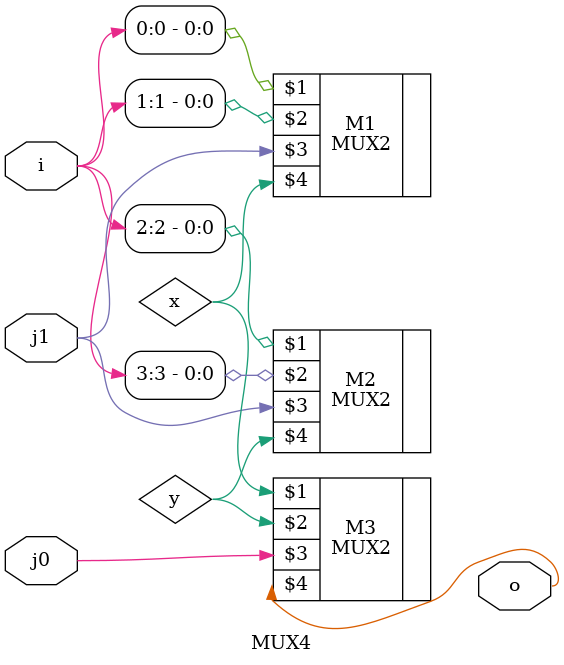
<source format=v>
module MUX4 (input wire [0:3] i, input wire j1, j0, output wire o);
wire x,y;
MUX2 M1(i[0],i[1],j1,x);
MUX2 M2(i[2],i[3],j1,y);
MUX2 M3(x,y,j0,o);
endmodule

</source>
